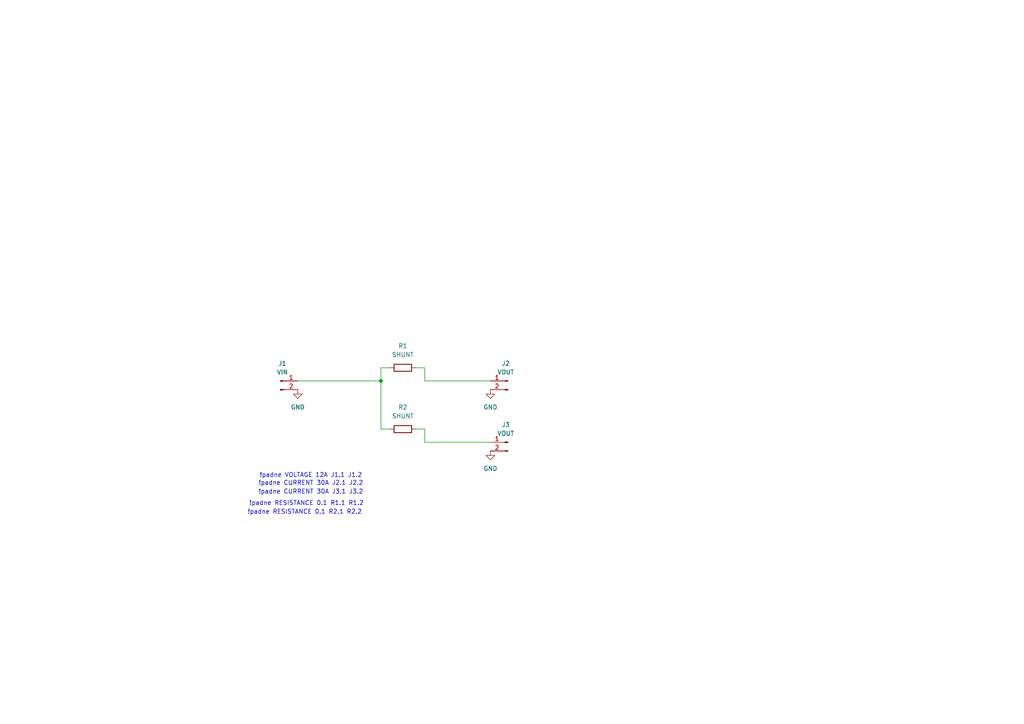
<source format=kicad_sch>
(kicad_sch (version 20231120) (generator "eeschema") (generator_version "8.0")
  (paper "A4")
  (lib_symbols
    (symbol "Connector:Conn_01x02_Pin" (pin_names (offset 1.016) hide)
      (property "Reference" "J" (at 0 2.54 0))
      (property "Value" "Conn_01x02_Pin" (at 0 -5.08 0))
      (symbol "Conn_01x02_Pin_1_1"
        (polyline (pts (xy 1.27 -2.54) (xy 0.8636 -2.54)) (stroke (width 0.1524)))
        (polyline (pts (xy 1.27 0) (xy 0.8636 0)) (stroke (width 0.1524)))
        (rectangle (start 0.8636 -2.413) (end 0 -2.667) (stroke (width 0.1524)) (fill (type outline)))
        (rectangle (start 0.8636 0.127) (end 0 -0.127) (stroke (width 0.1524)) (fill (type outline)))
        (pin passive line (at 5.08 0 180) (length 3.81) (name "Pin_1") (number "1"))
        (pin passive line (at 5.08 -2.54 180) (length 3.81) (name "Pin_2") (number "2"))
      )
    )
    (symbol "Device:R" (pin_numbers hide) (pin_names (offset 0))
      (property "Reference" "R" (at 2.032 0 90))
      (property "Value" "R" (at 0 0 90))
      (symbol "R_0_1"
        (rectangle (start -1.016 -2.54) (end 1.016 2.54) (stroke (width 0.254)))
      )
      (symbol "R_1_1"
        (pin passive line (at 0 3.81 270) (length 1.27) (name "~") (number "1"))
        (pin passive line (at 0 -3.81 90) (length 1.27) (name "~") (number "2"))
      )
    )
    (symbol "power:GND" (power) (pin_numbers hide) (pin_names (offset 0) hide)
      (property "Value" "GND" (at 0 -3.81 0))
      (symbol "GND_0_1"
        (polyline (pts (xy 0 0) (xy 0 -1.27) (xy 1.27 -1.27) (xy 0 -2.54) (xy -1.27 -1.27) (xy 0 -1.27)))
      )
      (symbol "GND_1_1"
        (pin power_in line (at 0 0 270) (length 0) (name "~") (number "1"))
      )
    )
  )
  (junction (at 110.49 110.49))
  (wire (pts (xy 113.03 124.46) (xy 110.49 124.46)))
  (wire (pts (xy 123.19 128.27) (xy 123.19 124.46)))
  (wire (pts (xy 123.19 110.49) (xy 123.19 106.68)))
  (wire (pts (xy 110.49 124.46) (xy 110.49 110.49)))
  (wire (pts (xy 123.19 106.68) (xy 120.65 106.68)))
  (wire (pts (xy 142.24 110.49) (xy 123.19 110.49)))
  (wire (pts (xy 113.03 106.68) (xy 110.49 106.68)))
  (wire (pts (xy 110.49 110.49) (xy 86.36 110.49)))
  (wire (pts (xy 123.19 124.46) (xy 120.65 124.46)))
  (wire (pts (xy 110.49 106.68) (xy 110.49 110.49)))
  (wire (pts (xy 142.24 128.27) (xy 123.19 128.27)))
  (text "!padne CURRENT 30A J3.1 J3.2" (at 90.17 142.748 0) (effects (font (size 1.27 1.27))))
  (text "!padne RESISTANCE 0.1 R1.1 R1.2" (at 88.9 146.05 0) (effects (font (size 1.27 1.27))))
  (text "!padne RESISTANCE 0.1 R2.1 R2.2" (at 88.392 148.59 0) (effects (font (size 1.27 1.27))))
  (text "!padne VOLTAGE 12A J1.1 J1.2" (at 90.17 137.922 0) (effects (font (size 1.27 1.27))))
  (text "!padne CURRENT 30A J2.1 J2.2" (at 90.17 140.208 0) (effects (font (size 1.27 1.27))))
  (symbol (lib_id "power:GND") (at 142.24 130.81 0) (unit 1)
    (property "Reference" "#PWR03" (effects (hide yes)))
    (property "Value" "GND" (at 142.24 135.89 0))
    (property "Description" "Power symbol creates a global label with name \"GND\" , ground" (effects (hide yes)))
  )
  (symbol (lib_id "Connector:Conn_01x02_Pin") (at 81.28 110.49 0) (unit 1)
    (property "Reference" "J1" (at 81.915 105.41 0))
    (property "Value" "VIN" (at 81.915 107.95 0))
    (property "Footprint" "Connector_PinHeader_2.54mm:PinHeader_1x02_P2.54mm_Vertical" (effects (hide yes)))
    (property "Description" "Generic connector, single row, 01x02, script generated" (effects (hide yes)))
  )
  (symbol (lib_id "power:GND") (at 86.36 113.03 0) (unit 1)
    (property "Reference" "#PWR01" (effects (hide yes)))
    (property "Value" "GND" (at 86.36 118.11 0))
    (property "Description" "Power symbol creates a global label with name \"GND\" , ground" (effects (hide yes)))
  )
  (symbol (lib_id "Device:R") (at 116.84 124.46 90) (unit 1)
    (property "Reference" "R2" (at 116.84 118.11 90))
    (property "Value" "SHUNT" (at 116.84 120.65 90))
    (property "Footprint" "Resistor_THT:R_Axial_DIN0204_L3.6mm_D1.6mm_P7.62mm_Horizontal" (effects (hide yes)))
    (property "Description" "Resistor" (effects (hide yes)))
  )
  (symbol (lib_id "Connector:Conn_01x02_Pin") (at 147.32 128.27 0) (mirror y) (unit 1)
    (property "Reference" "J3" (at 146.685 123.19 0))
    (property "Value" "VOUT" (at 146.685 125.73 0))
    (property "Footprint" "Connector_PinHeader_2.54mm:PinHeader_1x02_P2.54mm_Vertical" (effects (hide yes)))
    (property "Description" "Generic connector, single row, 01x02, script generated" (effects (hide yes)))
  )
  (symbol (lib_id "power:GND") (at 142.24 113.03 0) (unit 1)
    (property "Reference" "#PWR02" (effects (hide yes)))
    (property "Value" "GND" (at 142.24 118.11 0))
    (property "Description" "Power symbol creates a global label with name \"GND\" , ground" (effects (hide yes)))
  )
  (symbol (lib_id "Device:R") (at 116.84 106.68 90) (unit 1)
    (property "Reference" "R1" (at 116.84 100.33 90))
    (property "Value" "SHUNT" (at 116.84 102.87 90))
    (property "Footprint" "Resistor_THT:R_Axial_DIN0204_L3.6mm_D1.6mm_P7.62mm_Horizontal" (effects (hide yes)))
    (property "Description" "Resistor" (effects (hide yes)))
  )
  (symbol (lib_id "Connector:Conn_01x02_Pin") (at 147.32 110.49 0) (mirror y) (unit 1)
    (property "Reference" "J2" (at 146.685 105.41 0))
    (property "Value" "VOUT" (at 146.685 107.95 0))
    (property "Footprint" "Connector_PinHeader_2.54mm:PinHeader_1x02_P2.54mm_Vertical" (effects (hide yes)))
    (property "Description" "Generic connector, single row, 01x02, script generated" (effects (hide yes)))
  )
)
</source>
